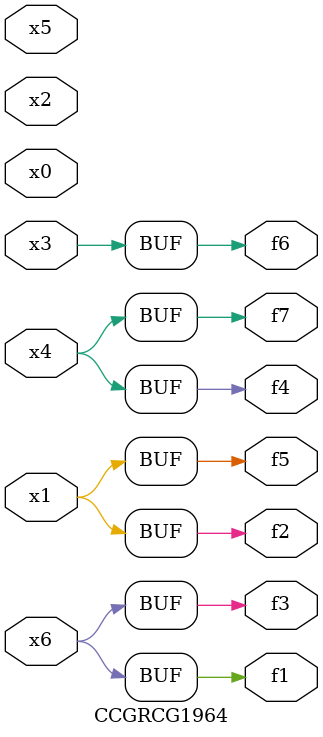
<source format=v>
module CCGRCG1964(
	input x0, x1, x2, x3, x4, x5, x6,
	output f1, f2, f3, f4, f5, f6, f7
);
	assign f1 = x6;
	assign f2 = x1;
	assign f3 = x6;
	assign f4 = x4;
	assign f5 = x1;
	assign f6 = x3;
	assign f7 = x4;
endmodule

</source>
